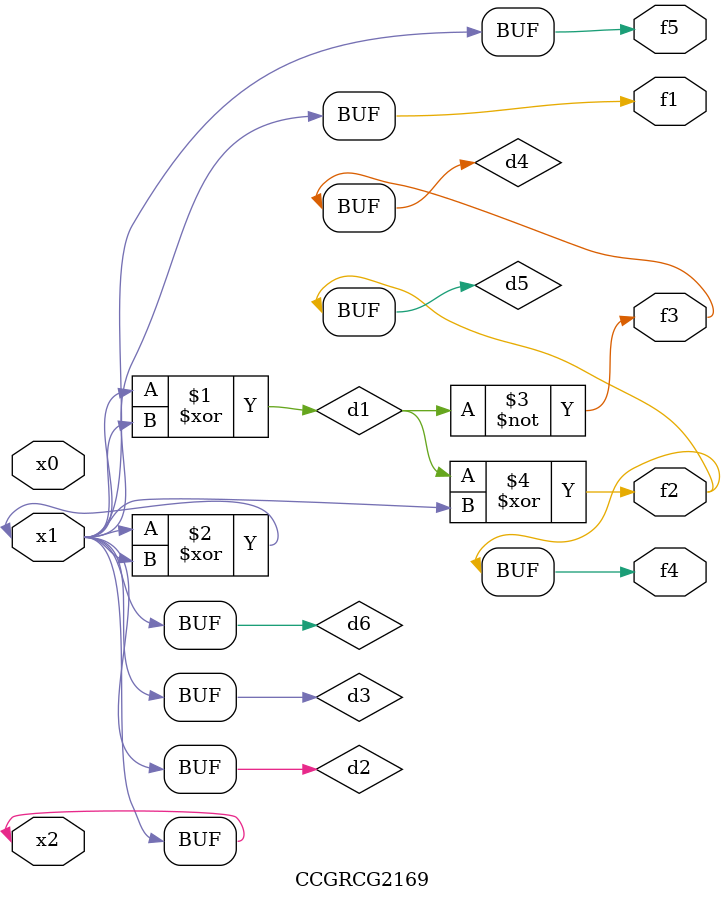
<source format=v>
module CCGRCG2169(
	input x0, x1, x2,
	output f1, f2, f3, f4, f5
);

	wire d1, d2, d3, d4, d5, d6;

	xor (d1, x1, x2);
	buf (d2, x1, x2);
	xor (d3, x1, x2);
	nor (d4, d1);
	xor (d5, d1, d2);
	buf (d6, d2, d3);
	assign f1 = d6;
	assign f2 = d5;
	assign f3 = d4;
	assign f4 = d5;
	assign f5 = d6;
endmodule

</source>
